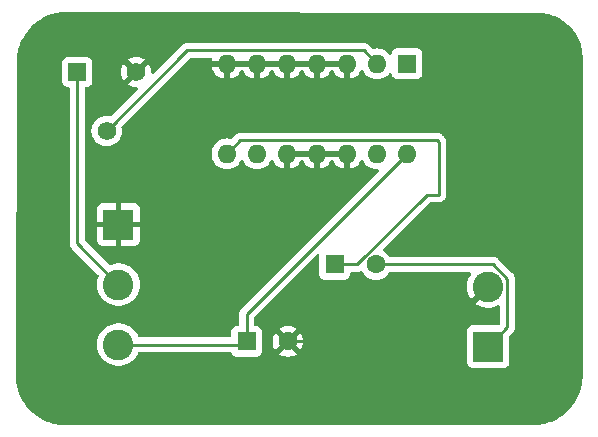
<source format=gbr>
%TF.GenerationSoftware,KiCad,Pcbnew,7.0.1*%
%TF.CreationDate,2023-06-07T16:33:43+05:30*%
%TF.ProjectId,Expt. No.9,45787074-2e20-44e6-9f2e-392e6b696361,rev?*%
%TF.SameCoordinates,Original*%
%TF.FileFunction,Copper,L2,Bot*%
%TF.FilePolarity,Positive*%
%FSLAX46Y46*%
G04 Gerber Fmt 4.6, Leading zero omitted, Abs format (unit mm)*
G04 Created by KiCad (PCBNEW 7.0.1) date 2023-06-07 16:33:43*
%MOMM*%
%LPD*%
G01*
G04 APERTURE LIST*
%TA.AperFunction,ComponentPad*%
%ADD10R,2.600000X2.600000*%
%TD*%
%TA.AperFunction,ComponentPad*%
%ADD11C,2.600000*%
%TD*%
%TA.AperFunction,ComponentPad*%
%ADD12C,1.600000*%
%TD*%
%TA.AperFunction,ComponentPad*%
%ADD13R,1.600000X1.600000*%
%TD*%
%TA.AperFunction,ComponentPad*%
%ADD14C,1.560000*%
%TD*%
%TA.AperFunction,ComponentPad*%
%ADD15R,1.560000X1.560000*%
%TD*%
%TA.AperFunction,ComponentPad*%
%ADD16O,1.600000X1.600000*%
%TD*%
%TA.AperFunction,Conductor*%
%ADD17C,0.250000*%
%TD*%
G04 APERTURE END LIST*
D10*
%TO.P,J1,1,Pin_1*%
%TO.N,GND*%
X96600000Y-80615000D03*
D11*
%TO.P,J1,2,Pin_2*%
%TO.N,Net-(J1-Pin_2)*%
X96600000Y-85695000D03*
%TO.P,J1,3,Pin_3*%
%TO.N,Net-(J1-Pin_3)*%
X96600000Y-90775000D03*
%TD*%
D12*
%TO.P,C1,2*%
%TO.N,GND*%
X110947349Y-90500000D03*
D13*
%TO.P,C1,1*%
%TO.N,Net-(J1-Pin_3)*%
X107447349Y-90500000D03*
%TD*%
D14*
%TO.P,RV1,3,3*%
%TO.N,GND*%
X98100000Y-67700000D03*
%TO.P,RV1,2,2*%
%TO.N,Net-(U1-+)*%
X95600000Y-72700000D03*
D15*
%TO.P,RV1,1,1*%
%TO.N,Net-(J1-Pin_2)*%
X93100000Y-67700000D03*
%TD*%
D13*
%TO.P,U1,1,BYPASS*%
%TO.N,unconnected-(U1-BYPASS-Pad1)*%
X121025000Y-67000000D03*
D16*
%TO.P,U1,2,+*%
%TO.N,Net-(U1-+)*%
X118485000Y-67000000D03*
%TO.P,U1,3,GND*%
%TO.N,GND*%
X115945000Y-67000000D03*
%TO.P,U1,4,GND*%
X113405000Y-67000000D03*
%TO.P,U1,5,GND*%
X110865000Y-67000000D03*
%TO.P,U1,6,-*%
X108325000Y-67000000D03*
%TO.P,U1,7,GND*%
X105785000Y-67000000D03*
%TO.P,U1,8*%
%TO.N,Net-(C2-Pad1)*%
X105785000Y-74620000D03*
%TO.P,U1,9,NC*%
%TO.N,unconnected-(U1-NC-Pad9)*%
X108325000Y-74620000D03*
%TO.P,U1,10,GND*%
%TO.N,GND*%
X110865000Y-74620000D03*
%TO.P,U1,11,GND*%
X113405000Y-74620000D03*
%TO.P,U1,12,GND*%
X115945000Y-74620000D03*
%TO.P,U1,13,NC*%
%TO.N,unconnected-(U1-NC-Pad13)*%
X118485000Y-74620000D03*
%TO.P,U1,14,VS*%
%TO.N,Net-(J1-Pin_3)*%
X121025000Y-74620000D03*
%TD*%
D10*
%TO.P,J2,1,Pin_1*%
%TO.N,Net-(J2-Pin_1)*%
X127905000Y-90945000D03*
D11*
%TO.P,J2,2,Pin_2*%
%TO.N,GND*%
X127905000Y-85865000D03*
%TD*%
D12*
%TO.P,C2,2*%
%TO.N,Net-(J2-Pin_1)*%
X118400000Y-84000000D03*
D13*
%TO.P,C2,1*%
%TO.N,Net-(C2-Pad1)*%
X114900000Y-84000000D03*
%TD*%
D17*
%TO.N,Net-(C2-Pad1)*%
X116809009Y-84000000D02*
X114900000Y-84000000D01*
X123700000Y-73600000D02*
X123700000Y-78100000D01*
X122709009Y-78100000D02*
X116809009Y-84000000D01*
X123595000Y-73495000D02*
X123700000Y-73600000D01*
X106910000Y-73495000D02*
X123595000Y-73495000D01*
X123700000Y-78100000D02*
X122709009Y-78100000D01*
X105785000Y-74620000D02*
X106910000Y-73495000D01*
%TO.N,Net-(U1-+)*%
X102425000Y-65875000D02*
X95600000Y-72700000D01*
X117360000Y-65875000D02*
X102425000Y-65875000D01*
X118485000Y-67000000D02*
X117360000Y-65875000D01*
%TO.N,Net-(J2-Pin_1)*%
X129530000Y-85191902D02*
X129530000Y-89320000D01*
X128338098Y-84000000D02*
X129530000Y-85191902D01*
X129530000Y-89320000D02*
X127905000Y-90945000D01*
X118400000Y-84000000D02*
X128338098Y-84000000D01*
%TO.N,GND*%
X123270000Y-90500000D02*
X127905000Y-85865000D01*
X110947349Y-90500000D02*
X123270000Y-90500000D01*
%TO.N,Net-(J1-Pin_3)*%
X107447349Y-88197651D02*
X121025000Y-74620000D01*
X107447349Y-90500000D02*
X107447349Y-88197651D01*
X96600000Y-90775000D02*
X107172349Y-90775000D01*
X107172349Y-90775000D02*
X107447349Y-90500000D01*
%TO.N,Net-(J1-Pin_2)*%
X93100000Y-67700000D02*
X93100000Y-82195000D01*
X93100000Y-82195000D02*
X96600000Y-85695000D01*
%TD*%
%TA.AperFunction,Conductor*%
%TO.N,GND*%
G36*
X132048296Y-62687393D02*
G01*
X132048858Y-62687506D01*
X132096949Y-62687506D01*
X132103032Y-62687655D01*
X132105509Y-62687776D01*
X132252700Y-62695007D01*
X132474090Y-62706611D01*
X132485729Y-62707776D01*
X132661574Y-62733860D01*
X132662629Y-62734023D01*
X132855393Y-62764553D01*
X132866089Y-62766735D01*
X133043528Y-62811181D01*
X133045368Y-62811658D01*
X133228852Y-62860822D01*
X133238498Y-62863835D01*
X133412716Y-62926171D01*
X133415311Y-62927133D01*
X133590593Y-62994418D01*
X133599144Y-62998075D01*
X133767450Y-63077678D01*
X133770669Y-63079259D01*
X133936947Y-63163981D01*
X133944348Y-63168079D01*
X134104557Y-63264105D01*
X134108311Y-63266447D01*
X134113904Y-63270079D01*
X134264286Y-63367739D01*
X134270616Y-63372136D01*
X134420905Y-63483597D01*
X134425067Y-63486823D01*
X134569335Y-63603649D01*
X134574570Y-63608135D01*
X134672100Y-63696532D01*
X134713322Y-63733893D01*
X134717730Y-63738090D01*
X134848908Y-63869268D01*
X134853105Y-63873676D01*
X134978874Y-64012441D01*
X134983362Y-64017678D01*
X135100156Y-64161906D01*
X135103388Y-64166075D01*
X135214888Y-64316415D01*
X135219285Y-64322747D01*
X135320496Y-64478598D01*
X135322860Y-64482385D01*
X135418931Y-64642671D01*
X135423057Y-64650124D01*
X135507682Y-64816210D01*
X135509292Y-64819489D01*
X135588942Y-64987897D01*
X135592611Y-64996475D01*
X135659793Y-65171490D01*
X135660781Y-65174154D01*
X135723176Y-65348537D01*
X135726199Y-65358217D01*
X135775261Y-65541318D01*
X135775770Y-65543282D01*
X135820273Y-65720947D01*
X135822462Y-65731679D01*
X135852895Y-65923826D01*
X135853080Y-65925030D01*
X135879226Y-66101294D01*
X135880398Y-66112999D01*
X135891900Y-66332481D01*
X135891797Y-66332486D01*
X135891922Y-66332885D01*
X135892629Y-66347266D01*
X135898963Y-66476204D01*
X135899351Y-66484086D01*
X135899500Y-66490171D01*
X135899500Y-93397128D01*
X135899368Y-93402855D01*
X135891530Y-93572381D01*
X135891513Y-93572738D01*
X135880898Y-93788815D01*
X135879858Y-93799862D01*
X135853609Y-93988039D01*
X135853456Y-93989103D01*
X135824373Y-94185159D01*
X135822421Y-94195354D01*
X135778119Y-94383716D01*
X135777697Y-94385456D01*
X135730398Y-94574281D01*
X135727686Y-94583557D01*
X135665712Y-94768461D01*
X135664892Y-94770829D01*
X135599832Y-94952662D01*
X135596514Y-94960975D01*
X135517429Y-95140083D01*
X135516090Y-95143013D01*
X135433854Y-95316887D01*
X135430088Y-95324209D01*
X135334601Y-95495642D01*
X135332631Y-95499051D01*
X135233979Y-95663643D01*
X135229919Y-95669972D01*
X135118881Y-95832066D01*
X135116180Y-95835856D01*
X135002024Y-95989778D01*
X134997823Y-95995128D01*
X134872181Y-96146433D01*
X134868662Y-96150489D01*
X134740053Y-96292387D01*
X134735856Y-96296795D01*
X134596795Y-96435856D01*
X134592387Y-96440053D01*
X134450489Y-96568662D01*
X134446433Y-96572181D01*
X134295128Y-96697823D01*
X134289778Y-96702024D01*
X134135856Y-96816180D01*
X134132066Y-96818881D01*
X133969972Y-96929919D01*
X133963643Y-96933979D01*
X133799051Y-97032631D01*
X133795642Y-97034601D01*
X133624209Y-97130088D01*
X133616887Y-97133854D01*
X133443013Y-97216090D01*
X133440083Y-97217429D01*
X133260975Y-97296514D01*
X133252662Y-97299832D01*
X133070829Y-97364892D01*
X133068461Y-97365712D01*
X132883557Y-97427686D01*
X132874281Y-97430398D01*
X132685456Y-97477697D01*
X132683716Y-97478119D01*
X132495354Y-97522421D01*
X132485159Y-97524373D01*
X132289103Y-97553456D01*
X132288039Y-97553609D01*
X132099862Y-97579858D01*
X132088815Y-97580898D01*
X131872908Y-97591504D01*
X131872552Y-97591521D01*
X131706871Y-97599182D01*
X131702854Y-97599368D01*
X131697128Y-97599500D01*
X92102872Y-97599500D01*
X92097145Y-97599368D01*
X92092885Y-97599171D01*
X91927446Y-97591521D01*
X91927090Y-97591504D01*
X91711183Y-97580898D01*
X91700136Y-97579858D01*
X91511959Y-97553609D01*
X91510895Y-97553456D01*
X91314839Y-97524373D01*
X91304644Y-97522421D01*
X91116282Y-97478119D01*
X91114542Y-97477697D01*
X90925717Y-97430398D01*
X90916441Y-97427686D01*
X90731537Y-97365712D01*
X90729169Y-97364892D01*
X90547336Y-97299832D01*
X90539023Y-97296514D01*
X90359915Y-97217429D01*
X90356985Y-97216090D01*
X90183111Y-97133854D01*
X90175789Y-97130088D01*
X90004356Y-97034601D01*
X90000947Y-97032631D01*
X89971714Y-97015109D01*
X89836343Y-96933971D01*
X89830026Y-96929919D01*
X89667932Y-96818881D01*
X89664142Y-96816180D01*
X89510220Y-96702024D01*
X89504870Y-96697823D01*
X89353565Y-96572181D01*
X89349509Y-96568662D01*
X89207611Y-96440053D01*
X89203203Y-96435856D01*
X89064142Y-96296795D01*
X89059945Y-96292387D01*
X88931336Y-96150489D01*
X88927817Y-96146433D01*
X88802175Y-95995128D01*
X88797974Y-95989778D01*
X88683818Y-95835856D01*
X88681117Y-95832066D01*
X88570067Y-95669954D01*
X88566038Y-95663673D01*
X88467348Y-95499018D01*
X88465397Y-95495642D01*
X88369910Y-95324209D01*
X88366144Y-95316887D01*
X88283908Y-95143013D01*
X88282569Y-95140083D01*
X88264201Y-95098483D01*
X88203475Y-94960954D01*
X88200175Y-94952685D01*
X88135102Y-94770818D01*
X88134286Y-94768461D01*
X88072312Y-94583557D01*
X88069600Y-94574281D01*
X88022266Y-94385312D01*
X88021917Y-94383874D01*
X87977573Y-94195337D01*
X87975629Y-94185180D01*
X87946492Y-93988757D01*
X87946446Y-93988438D01*
X87920137Y-93799838D01*
X87919102Y-93788839D01*
X87908495Y-93572952D01*
X87900641Y-93403059D01*
X87900511Y-93396920D01*
X87910368Y-90775000D01*
X94794450Y-90775000D01*
X94814616Y-91044100D01*
X94814617Y-91044103D01*
X94874666Y-91307195D01*
X94973257Y-91558398D01*
X95108185Y-91792102D01*
X95276439Y-92003085D01*
X95474259Y-92186635D01*
X95697226Y-92338651D01*
X95940359Y-92455738D01*
X96198228Y-92535280D01*
X96465071Y-92575500D01*
X96734929Y-92575500D01*
X97001772Y-92535280D01*
X97259641Y-92455738D01*
X97502775Y-92338651D01*
X97725741Y-92186635D01*
X97923561Y-92003085D01*
X98091815Y-91792102D01*
X98226743Y-91558398D01*
X98257828Y-91479195D01*
X98284488Y-91437918D01*
X98325089Y-91410237D01*
X98373255Y-91400500D01*
X106064559Y-91400500D01*
X106113372Y-91410512D01*
X106154302Y-91438931D01*
X106180739Y-91481164D01*
X106203553Y-91542331D01*
X106289803Y-91657546D01*
X106405018Y-91743796D01*
X106539866Y-91794091D01*
X106599476Y-91800500D01*
X108295221Y-91800499D01*
X108354832Y-91794091D01*
X108489680Y-91743796D01*
X108604895Y-91657546D01*
X108663675Y-91579026D01*
X110221875Y-91579026D01*
X110294864Y-91630133D01*
X110501022Y-91726266D01*
X110720746Y-91785141D01*
X110947349Y-91804966D01*
X111173951Y-91785141D01*
X111393675Y-91726266D01*
X111599829Y-91630134D01*
X111672821Y-91579025D01*
X110947350Y-90853553D01*
X110947349Y-90853553D01*
X110221875Y-91579025D01*
X110221875Y-91579026D01*
X108663675Y-91579026D01*
X108691145Y-91542331D01*
X108741440Y-91407483D01*
X108747849Y-91347873D01*
X108747848Y-90499999D01*
X109642382Y-90499999D01*
X109662207Y-90726602D01*
X109721082Y-90946326D01*
X109817215Y-91152484D01*
X109868321Y-91225471D01*
X109868323Y-91225472D01*
X110593795Y-90500001D01*
X111300902Y-90500001D01*
X112026374Y-91225472D01*
X112077483Y-91152480D01*
X112173615Y-90946326D01*
X112232490Y-90726602D01*
X112252315Y-90499999D01*
X112232490Y-90273397D01*
X112173615Y-90053673D01*
X112077482Y-89847515D01*
X112026374Y-89774526D01*
X111300902Y-90500000D01*
X111300902Y-90500001D01*
X110593795Y-90500001D01*
X110593795Y-90500000D01*
X109868322Y-89774526D01*
X109868322Y-89774527D01*
X109817214Y-89847516D01*
X109721082Y-90053672D01*
X109662207Y-90273397D01*
X109642382Y-90499999D01*
X108747848Y-90499999D01*
X108747848Y-89652128D01*
X108741440Y-89592517D01*
X108691145Y-89457669D01*
X108663674Y-89420973D01*
X110221875Y-89420973D01*
X110947349Y-90146446D01*
X110947350Y-90146446D01*
X111672821Y-89420974D01*
X111672820Y-89420972D01*
X111599833Y-89369866D01*
X111393675Y-89273733D01*
X111173951Y-89214858D01*
X110947349Y-89195033D01*
X110720746Y-89214858D01*
X110501021Y-89273733D01*
X110294865Y-89369865D01*
X110221876Y-89420973D01*
X110221875Y-89420973D01*
X108663674Y-89420973D01*
X108604895Y-89342454D01*
X108489680Y-89256204D01*
X108354832Y-89205909D01*
X108295222Y-89199500D01*
X108295218Y-89199500D01*
X108196849Y-89199500D01*
X108134849Y-89182887D01*
X108089462Y-89137500D01*
X108072849Y-89075500D01*
X108072849Y-88508103D01*
X108082288Y-88460650D01*
X108109168Y-88420422D01*
X110696685Y-85832905D01*
X113387821Y-83141768D01*
X113437182Y-83111520D01*
X113494898Y-83106978D01*
X113548385Y-83129133D01*
X113585985Y-83173156D01*
X113599500Y-83229451D01*
X113599500Y-84847869D01*
X113605909Y-84907484D01*
X113611819Y-84923328D01*
X113656204Y-85042331D01*
X113742454Y-85157546D01*
X113857669Y-85243796D01*
X113992517Y-85294091D01*
X114052127Y-85300500D01*
X115747872Y-85300499D01*
X115807483Y-85294091D01*
X115942331Y-85243796D01*
X116057546Y-85157546D01*
X116143796Y-85042331D01*
X116194091Y-84907483D01*
X116200500Y-84847873D01*
X116200500Y-84749500D01*
X116217113Y-84687500D01*
X116262500Y-84642113D01*
X116324500Y-84625500D01*
X116726265Y-84625500D01*
X116746771Y-84627764D01*
X116749674Y-84627672D01*
X116749676Y-84627673D01*
X116816881Y-84625561D01*
X116820777Y-84625500D01*
X116848358Y-84625500D01*
X116848359Y-84625500D01*
X116852328Y-84624998D01*
X116863974Y-84624080D01*
X116907636Y-84622709D01*
X116926868Y-84617120D01*
X116945927Y-84613174D01*
X116952205Y-84612381D01*
X116965801Y-84610664D01*
X117006416Y-84594582D01*
X117017453Y-84590803D01*
X117059399Y-84578618D01*
X117076638Y-84568422D01*
X117094096Y-84559868D01*
X117094518Y-84559700D01*
X117096892Y-84558760D01*
X117158227Y-84551043D01*
X117215666Y-84573897D01*
X117254933Y-84621642D01*
X117255431Y-84622709D01*
X117269432Y-84652735D01*
X117399953Y-84839140D01*
X117560859Y-85000046D01*
X117747264Y-85130567D01*
X117747265Y-85130567D01*
X117747266Y-85130568D01*
X117953504Y-85226739D01*
X118173308Y-85285635D01*
X118400000Y-85305468D01*
X118626692Y-85285635D01*
X118846496Y-85226739D01*
X119052734Y-85130568D01*
X119239139Y-85000047D01*
X119400047Y-84839139D01*
X119512612Y-84678377D01*
X119556931Y-84639511D01*
X119614188Y-84625500D01*
X126333693Y-84625500D01*
X126399665Y-84644506D01*
X126445413Y-84695698D01*
X126456913Y-84763383D01*
X126430640Y-84826813D01*
X126413599Y-84848181D01*
X126278708Y-85081821D01*
X126180146Y-85332950D01*
X126120113Y-85595973D01*
X126099952Y-85864999D01*
X126120113Y-86134026D01*
X126180146Y-86397049D01*
X126278708Y-86648178D01*
X126413598Y-86881816D01*
X126467295Y-86949150D01*
X127817318Y-85599127D01*
X127872905Y-85567033D01*
X127937093Y-85567033D01*
X127992680Y-85599127D01*
X128170871Y-85777318D01*
X128202965Y-85832905D01*
X128202965Y-85897093D01*
X128170871Y-85952680D01*
X126819848Y-87303702D01*
X127002479Y-87428217D01*
X127245542Y-87545270D01*
X127503339Y-87624791D01*
X127770109Y-87665000D01*
X128039891Y-87665000D01*
X128306660Y-87624791D01*
X128564457Y-87545270D01*
X128726698Y-87467140D01*
X128787453Y-87455055D01*
X128846472Y-87473866D01*
X128889028Y-87518879D01*
X128904500Y-87578860D01*
X128904500Y-89009547D01*
X128895060Y-89057002D01*
X128868177Y-89097232D01*
X128857223Y-89108185D01*
X128816996Y-89135062D01*
X128769546Y-89144500D01*
X126557130Y-89144500D01*
X126497515Y-89150909D01*
X126362669Y-89201204D01*
X126247454Y-89287454D01*
X126161204Y-89402668D01*
X126126432Y-89495896D01*
X126110909Y-89537517D01*
X126105228Y-89590362D01*
X126104500Y-89597130D01*
X126104500Y-92292869D01*
X126109422Y-92338651D01*
X126110909Y-92352483D01*
X126161204Y-92487331D01*
X126247454Y-92602546D01*
X126362669Y-92688796D01*
X126497517Y-92739091D01*
X126557127Y-92745500D01*
X129252872Y-92745499D01*
X129312483Y-92739091D01*
X129447331Y-92688796D01*
X129562546Y-92602546D01*
X129648796Y-92487331D01*
X129699091Y-92352483D01*
X129705500Y-92292873D01*
X129705499Y-90080451D01*
X129714938Y-90032999D01*
X129741815Y-89992774D01*
X129913789Y-89820800D01*
X129929885Y-89807906D01*
X129931873Y-89805787D01*
X129931877Y-89805786D01*
X129977948Y-89756723D01*
X129980566Y-89754023D01*
X130000120Y-89734471D01*
X130002581Y-89731298D01*
X130010156Y-89722427D01*
X130040062Y-89690582D01*
X130049712Y-89673027D01*
X130060400Y-89656757D01*
X130072673Y-89640936D01*
X130090026Y-89600832D01*
X130095157Y-89590362D01*
X130116197Y-89552092D01*
X130121175Y-89532699D01*
X130127481Y-89514282D01*
X130129018Y-89510728D01*
X130135438Y-89495896D01*
X130142272Y-89452745D01*
X130144635Y-89441331D01*
X130155500Y-89399019D01*
X130155500Y-89378984D01*
X130157027Y-89359585D01*
X130159740Y-89342454D01*
X130160160Y-89339804D01*
X130156050Y-89296325D01*
X130155500Y-89284656D01*
X130155500Y-85274646D01*
X130157764Y-85254139D01*
X130155561Y-85184029D01*
X130155500Y-85180134D01*
X130155500Y-85152555D01*
X130154997Y-85148574D01*
X130154080Y-85136921D01*
X130152709Y-85093275D01*
X130147120Y-85074042D01*
X130143174Y-85054984D01*
X130140664Y-85035108D01*
X130124588Y-84994506D01*
X130120804Y-84983455D01*
X130114881Y-84963070D01*
X130108618Y-84941512D01*
X130098414Y-84924257D01*
X130089861Y-84906797D01*
X130082486Y-84888171D01*
X130082486Y-84888170D01*
X130056808Y-84852827D01*
X130050401Y-84843073D01*
X130048075Y-84839140D01*
X130028170Y-84805482D01*
X130014006Y-84791318D01*
X130001367Y-84776519D01*
X129989595Y-84760315D01*
X129955941Y-84732475D01*
X129947299Y-84724611D01*
X128838900Y-83616211D01*
X128826004Y-83600113D01*
X128774873Y-83552098D01*
X128772076Y-83549387D01*
X128752568Y-83529879D01*
X128749388Y-83527412D01*
X128740522Y-83519839D01*
X128708680Y-83489938D01*
X128691122Y-83480285D01*
X128674862Y-83469604D01*
X128659034Y-83457327D01*
X128618949Y-83439980D01*
X128608459Y-83434841D01*
X128570189Y-83413802D01*
X128550789Y-83408821D01*
X128532382Y-83402519D01*
X128513995Y-83394562D01*
X128470856Y-83387729D01*
X128459422Y-83385361D01*
X128417117Y-83374500D01*
X128397082Y-83374500D01*
X128377684Y-83372973D01*
X128370260Y-83371797D01*
X128357903Y-83369840D01*
X128357902Y-83369840D01*
X128324849Y-83372964D01*
X128314423Y-83373950D01*
X128302754Y-83374500D01*
X119614188Y-83374500D01*
X119556931Y-83360489D01*
X119512613Y-83321623D01*
X119400046Y-83160859D01*
X119239140Y-82999953D01*
X119043848Y-82863210D01*
X119044950Y-82861634D01*
X119011375Y-82834682D01*
X118987640Y-82780729D01*
X118991497Y-82721912D01*
X119022074Y-82671524D01*
X122931780Y-78761819D01*
X122972009Y-78734939D01*
X123019462Y-78725500D01*
X123629151Y-78725500D01*
X123652385Y-78727696D01*
X123660412Y-78729227D01*
X123715759Y-78725745D01*
X123723545Y-78725500D01*
X123739351Y-78725500D01*
X123743582Y-78724965D01*
X123755036Y-78723517D01*
X123762738Y-78722788D01*
X123818138Y-78719304D01*
X123825902Y-78716781D01*
X123848676Y-78711689D01*
X123856792Y-78710664D01*
X123908396Y-78690231D01*
X123915671Y-78687612D01*
X123968441Y-78670467D01*
X123975337Y-78666090D01*
X123996132Y-78655494D01*
X124003732Y-78652486D01*
X124048624Y-78619869D01*
X124055026Y-78615517D01*
X124101877Y-78585786D01*
X124107461Y-78579838D01*
X124124979Y-78564394D01*
X124131587Y-78559594D01*
X124131588Y-78559591D01*
X124131590Y-78559591D01*
X124166938Y-78516861D01*
X124172080Y-78511027D01*
X124210062Y-78470582D01*
X124213999Y-78463418D01*
X124227119Y-78444114D01*
X124232324Y-78437823D01*
X124255942Y-78387630D01*
X124259467Y-78380711D01*
X124286197Y-78332092D01*
X124288228Y-78324177D01*
X124296132Y-78302223D01*
X124299614Y-78294826D01*
X124310010Y-78240325D01*
X124311698Y-78232768D01*
X124325500Y-78179019D01*
X124325500Y-78170849D01*
X124327696Y-78147615D01*
X124329227Y-78139587D01*
X124325745Y-78084241D01*
X124325500Y-78076455D01*
X124325500Y-73682740D01*
X124327763Y-73662236D01*
X124325561Y-73592144D01*
X124325500Y-73588250D01*
X124325500Y-73560657D01*
X124325500Y-73560650D01*
X124324995Y-73556653D01*
X124324080Y-73545023D01*
X124322709Y-73501372D01*
X124317119Y-73482134D01*
X124313174Y-73463082D01*
X124310664Y-73443208D01*
X124310663Y-73443207D01*
X124294578Y-73402581D01*
X124290805Y-73391560D01*
X124278617Y-73349610D01*
X124269601Y-73334365D01*
X124268421Y-73332369D01*
X124259863Y-73314902D01*
X124252486Y-73296268D01*
X124226798Y-73260912D01*
X124220409Y-73251184D01*
X124198170Y-73213579D01*
X124184005Y-73199414D01*
X124171369Y-73184620D01*
X124159595Y-73168414D01*
X124159594Y-73168413D01*
X124125935Y-73140568D01*
X124117305Y-73132714D01*
X124095802Y-73111211D01*
X124082906Y-73095113D01*
X124031775Y-73047098D01*
X124028978Y-73044387D01*
X124009470Y-73024879D01*
X124006290Y-73022412D01*
X123997424Y-73014839D01*
X123965582Y-72984938D01*
X123948024Y-72975285D01*
X123931764Y-72964604D01*
X123915936Y-72952327D01*
X123875851Y-72934980D01*
X123865361Y-72929841D01*
X123827091Y-72908802D01*
X123807691Y-72903821D01*
X123789284Y-72897519D01*
X123770897Y-72889562D01*
X123727758Y-72882729D01*
X123716324Y-72880361D01*
X123674019Y-72869500D01*
X123653984Y-72869500D01*
X123634586Y-72867973D01*
X123627162Y-72866797D01*
X123614805Y-72864840D01*
X123614804Y-72864840D01*
X123588484Y-72867328D01*
X123571325Y-72868950D01*
X123559656Y-72869500D01*
X106992740Y-72869500D01*
X106972236Y-72867236D01*
X106902144Y-72869439D01*
X106898250Y-72869500D01*
X106870648Y-72869500D01*
X106866653Y-72870004D01*
X106855029Y-72870918D01*
X106811368Y-72872290D01*
X106792128Y-72877880D01*
X106773081Y-72881825D01*
X106753209Y-72884335D01*
X106712599Y-72900413D01*
X106701554Y-72904194D01*
X106659611Y-72916380D01*
X106642369Y-72926578D01*
X106624897Y-72935138D01*
X106606266Y-72942514D01*
X106570938Y-72968181D01*
X106561180Y-72974591D01*
X106523579Y-72996829D01*
X106509410Y-73010998D01*
X106494622Y-73023628D01*
X106478413Y-73035405D01*
X106450572Y-73069058D01*
X106442711Y-73077696D01*
X106199821Y-73320586D01*
X106144234Y-73352680D01*
X106080047Y-73352680D01*
X106011690Y-73334364D01*
X105784999Y-73314531D01*
X105558310Y-73334364D01*
X105338502Y-73393261D01*
X105132264Y-73489432D01*
X104945859Y-73619953D01*
X104784953Y-73780859D01*
X104654432Y-73967264D01*
X104558261Y-74173502D01*
X104499364Y-74393310D01*
X104479531Y-74620000D01*
X104499364Y-74846689D01*
X104558261Y-75066497D01*
X104654432Y-75272735D01*
X104784953Y-75459140D01*
X104945859Y-75620046D01*
X105132264Y-75750567D01*
X105132265Y-75750567D01*
X105132266Y-75750568D01*
X105338504Y-75846739D01*
X105558308Y-75905635D01*
X105785000Y-75925468D01*
X106011692Y-75905635D01*
X106231496Y-75846739D01*
X106437734Y-75750568D01*
X106624139Y-75620047D01*
X106785047Y-75459139D01*
X106915568Y-75272734D01*
X106942618Y-75214724D01*
X106988375Y-75162549D01*
X107055000Y-75143129D01*
X107121625Y-75162549D01*
X107167382Y-75214725D01*
X107194431Y-75272733D01*
X107324953Y-75459140D01*
X107485859Y-75620046D01*
X107672264Y-75750567D01*
X107672265Y-75750567D01*
X107672266Y-75750568D01*
X107878504Y-75846739D01*
X108098308Y-75905635D01*
X108325000Y-75925468D01*
X108551692Y-75905635D01*
X108771496Y-75846739D01*
X108977734Y-75750568D01*
X109164139Y-75620047D01*
X109325047Y-75459139D01*
X109455568Y-75272734D01*
X109482893Y-75214134D01*
X109528649Y-75161959D01*
X109595274Y-75142539D01*
X109661899Y-75161958D01*
X109707657Y-75214133D01*
X109734866Y-75272482D01*
X109865341Y-75458819D01*
X110026180Y-75619658D01*
X110212519Y-75750134D01*
X110418673Y-75846266D01*
X110614999Y-75898871D01*
X110615000Y-75898872D01*
X110615000Y-74870000D01*
X111115000Y-74870000D01*
X111115000Y-75898871D01*
X111311326Y-75846266D01*
X111517480Y-75750134D01*
X111703819Y-75619658D01*
X111864658Y-75458819D01*
X111995135Y-75272479D01*
X112022618Y-75213543D01*
X112068375Y-75161367D01*
X112135000Y-75141947D01*
X112201625Y-75161367D01*
X112247382Y-75213543D01*
X112274864Y-75272479D01*
X112405341Y-75458819D01*
X112566180Y-75619658D01*
X112752519Y-75750134D01*
X112958673Y-75846266D01*
X113154999Y-75898871D01*
X113155000Y-75898872D01*
X113155000Y-74870000D01*
X113655000Y-74870000D01*
X113655000Y-75898871D01*
X113851326Y-75846266D01*
X114057480Y-75750134D01*
X114243819Y-75619658D01*
X114404658Y-75458819D01*
X114535135Y-75272479D01*
X114562618Y-75213543D01*
X114608375Y-75161367D01*
X114675000Y-75141947D01*
X114741625Y-75161367D01*
X114787382Y-75213543D01*
X114814864Y-75272479D01*
X114945341Y-75458819D01*
X115106180Y-75619658D01*
X115292519Y-75750134D01*
X115498673Y-75846266D01*
X115694999Y-75898871D01*
X115695000Y-75898872D01*
X115695000Y-74870000D01*
X113655000Y-74870000D01*
X113155000Y-74870000D01*
X111115000Y-74870000D01*
X110615000Y-74870000D01*
X110615000Y-74494000D01*
X110631613Y-74432000D01*
X110677000Y-74386613D01*
X110739000Y-74370000D01*
X116071000Y-74370000D01*
X116133000Y-74386613D01*
X116178387Y-74432000D01*
X116195000Y-74494000D01*
X116195000Y-75898871D01*
X116391326Y-75846266D01*
X116597480Y-75750134D01*
X116783819Y-75619658D01*
X116944658Y-75458819D01*
X117075135Y-75272479D01*
X117102342Y-75214135D01*
X117148098Y-75161959D01*
X117214723Y-75142539D01*
X117281348Y-75161958D01*
X117327105Y-75214132D01*
X117354432Y-75272733D01*
X117354433Y-75272736D01*
X117484953Y-75459140D01*
X117645859Y-75620046D01*
X117832264Y-75750567D01*
X117832265Y-75750567D01*
X117832266Y-75750568D01*
X118038504Y-75846739D01*
X118258308Y-75905635D01*
X118409436Y-75918857D01*
X118484999Y-75925468D01*
X118484999Y-75925467D01*
X118485000Y-75925468D01*
X118500193Y-75924138D01*
X118529099Y-75921610D01*
X118588357Y-75930995D01*
X118636273Y-75967102D01*
X118661629Y-76021477D01*
X118658489Y-76081392D01*
X118627588Y-76132819D01*
X107063557Y-87696850D01*
X107047459Y-87709747D01*
X106999445Y-87760876D01*
X106996740Y-87763668D01*
X106977223Y-87783185D01*
X106974764Y-87786356D01*
X106967191Y-87795223D01*
X106937284Y-87827071D01*
X106927634Y-87844625D01*
X106916958Y-87860879D01*
X106904675Y-87876714D01*
X106887324Y-87916809D01*
X106882187Y-87927295D01*
X106861151Y-87965558D01*
X106856170Y-87984960D01*
X106849869Y-88003362D01*
X106841910Y-88021753D01*
X106835077Y-88064893D01*
X106832709Y-88076325D01*
X106821849Y-88118629D01*
X106821849Y-88138667D01*
X106820322Y-88158066D01*
X106817189Y-88177845D01*
X106821299Y-88221326D01*
X106821849Y-88232995D01*
X106821849Y-89075501D01*
X106805236Y-89137501D01*
X106759849Y-89182888D01*
X106697849Y-89199501D01*
X106599477Y-89199501D01*
X106569671Y-89202705D01*
X106539864Y-89205909D01*
X106405018Y-89256204D01*
X106289803Y-89342454D01*
X106203553Y-89457668D01*
X106153258Y-89592515D01*
X106153258Y-89592517D01*
X106148053Y-89640936D01*
X106146849Y-89652131D01*
X106146849Y-90025500D01*
X106130236Y-90087500D01*
X106084849Y-90132887D01*
X106022849Y-90149500D01*
X98373255Y-90149500D01*
X98325089Y-90139763D01*
X98284488Y-90112082D01*
X98257827Y-90070803D01*
X98251104Y-90053673D01*
X98226743Y-89991602D01*
X98091815Y-89757898D01*
X97923561Y-89546915D01*
X97908242Y-89532701D01*
X97725743Y-89363366D01*
X97668205Y-89324137D01*
X97502775Y-89211349D01*
X97259641Y-89094262D01*
X97180098Y-89069726D01*
X97001771Y-89014719D01*
X96734929Y-88974500D01*
X96465071Y-88974500D01*
X96198228Y-89014719D01*
X95940359Y-89094262D01*
X95697228Y-89211347D01*
X95474257Y-89363366D01*
X95276439Y-89546915D01*
X95108184Y-89757899D01*
X94973257Y-89991601D01*
X94874666Y-90242804D01*
X94814616Y-90505899D01*
X94794450Y-90775000D01*
X87910368Y-90775000D01*
X87994003Y-68527869D01*
X91819500Y-68527869D01*
X91825909Y-68587483D01*
X91876204Y-68722331D01*
X91962454Y-68837546D01*
X92077669Y-68923796D01*
X92212517Y-68974091D01*
X92272127Y-68980500D01*
X92350500Y-68980500D01*
X92412500Y-68997113D01*
X92457887Y-69042500D01*
X92474500Y-69104500D01*
X92474500Y-82112256D01*
X92472235Y-82132762D01*
X92474439Y-82202873D01*
X92474500Y-82206768D01*
X92474500Y-82234349D01*
X92475003Y-82238334D01*
X92475918Y-82249967D01*
X92477290Y-82293626D01*
X92482879Y-82312860D01*
X92486825Y-82331916D01*
X92489335Y-82351792D01*
X92505414Y-82392404D01*
X92509197Y-82403451D01*
X92521382Y-82445391D01*
X92531580Y-82462635D01*
X92540136Y-82480100D01*
X92547514Y-82498732D01*
X92547515Y-82498733D01*
X92573180Y-82534059D01*
X92579593Y-82543822D01*
X92601826Y-82581416D01*
X92601829Y-82581419D01*
X92601830Y-82581420D01*
X92615995Y-82595585D01*
X92628627Y-82610375D01*
X92640406Y-82626587D01*
X92674058Y-82654426D01*
X92682699Y-82662289D01*
X94904222Y-84883813D01*
X94930804Y-84923328D01*
X94940531Y-84969948D01*
X94931970Y-85016796D01*
X94874665Y-85162807D01*
X94814616Y-85425899D01*
X94794450Y-85695000D01*
X94814616Y-85964100D01*
X94814617Y-85964103D01*
X94874666Y-86227195D01*
X94973257Y-86478398D01*
X95108185Y-86712102D01*
X95276439Y-86923085D01*
X95474259Y-87106635D01*
X95697226Y-87258651D01*
X95940359Y-87375738D01*
X96198228Y-87455280D01*
X96465071Y-87495500D01*
X96734929Y-87495500D01*
X97001772Y-87455280D01*
X97259641Y-87375738D01*
X97502775Y-87258651D01*
X97725741Y-87106635D01*
X97923561Y-86923085D01*
X98091815Y-86712102D01*
X98226743Y-86478398D01*
X98325334Y-86227195D01*
X98385383Y-85964103D01*
X98405549Y-85695000D01*
X98385383Y-85425897D01*
X98325334Y-85162805D01*
X98226743Y-84911602D01*
X98091815Y-84677898D01*
X97923561Y-84466915D01*
X97923560Y-84466914D01*
X97725743Y-84283366D01*
X97668205Y-84244137D01*
X97502775Y-84131349D01*
X97259641Y-84014262D01*
X97180098Y-83989726D01*
X97001771Y-83934719D01*
X96734929Y-83894500D01*
X96465071Y-83894500D01*
X96198228Y-83934719D01*
X95940356Y-84014263D01*
X95927492Y-84020458D01*
X95878327Y-84032651D01*
X95828388Y-84024166D01*
X95786010Y-83996419D01*
X93761819Y-81972228D01*
X93734939Y-81932000D01*
X93725500Y-81884547D01*
X93725500Y-80865000D01*
X94800000Y-80865000D01*
X94800000Y-81962824D01*
X94806402Y-82022375D01*
X94856647Y-82157089D01*
X94942811Y-82272188D01*
X95057910Y-82358352D01*
X95192624Y-82408597D01*
X95252176Y-82415000D01*
X96350000Y-82415000D01*
X96350000Y-80865000D01*
X96850000Y-80865000D01*
X96850000Y-82415000D01*
X97947824Y-82415000D01*
X98007375Y-82408597D01*
X98142089Y-82358352D01*
X98257188Y-82272188D01*
X98343352Y-82157089D01*
X98393597Y-82022375D01*
X98400000Y-81962824D01*
X98400000Y-80865000D01*
X96850000Y-80865000D01*
X96350000Y-80865000D01*
X94800000Y-80865000D01*
X93725500Y-80865000D01*
X93725500Y-80365000D01*
X94800000Y-80365000D01*
X96350000Y-80365000D01*
X96350000Y-78815000D01*
X96850000Y-78815000D01*
X96850000Y-80365000D01*
X98400000Y-80365000D01*
X98400000Y-79267176D01*
X98393597Y-79207624D01*
X98343352Y-79072910D01*
X98257188Y-78957811D01*
X98142089Y-78871647D01*
X98007375Y-78821402D01*
X97947824Y-78815000D01*
X96850000Y-78815000D01*
X96350000Y-78815000D01*
X95252176Y-78815000D01*
X95192624Y-78821402D01*
X95057910Y-78871647D01*
X94942811Y-78957811D01*
X94856647Y-79072910D01*
X94806402Y-79207624D01*
X94800000Y-79267176D01*
X94800000Y-80365000D01*
X93725500Y-80365000D01*
X93725500Y-72699999D01*
X94314608Y-72699999D01*
X94334136Y-72923203D01*
X94392128Y-73139631D01*
X94405550Y-73168414D01*
X94486819Y-73342696D01*
X94615333Y-73526233D01*
X94773767Y-73684667D01*
X94957304Y-73813181D01*
X95160370Y-73907872D01*
X95376794Y-73965863D01*
X95600000Y-73985391D01*
X95823206Y-73965863D01*
X96039630Y-73907872D01*
X96242696Y-73813181D01*
X96426233Y-73684667D01*
X96584667Y-73526233D01*
X96713181Y-73342696D01*
X96807872Y-73139630D01*
X96865863Y-72923206D01*
X96885391Y-72700000D01*
X96865863Y-72476794D01*
X96850988Y-72421280D01*
X96850988Y-72357094D01*
X96883080Y-72301508D01*
X101934589Y-67250000D01*
X104506128Y-67250000D01*
X104558733Y-67446326D01*
X104654865Y-67652480D01*
X104785341Y-67838819D01*
X104946180Y-67999658D01*
X105132519Y-68130134D01*
X105338673Y-68226266D01*
X105534999Y-68278871D01*
X105535000Y-68278872D01*
X105535000Y-67250000D01*
X106035000Y-67250000D01*
X106035000Y-68278871D01*
X106231326Y-68226266D01*
X106437480Y-68130134D01*
X106623819Y-67999658D01*
X106784658Y-67838819D01*
X106915135Y-67652479D01*
X106942618Y-67593543D01*
X106988375Y-67541367D01*
X107055000Y-67521947D01*
X107121625Y-67541367D01*
X107167382Y-67593543D01*
X107194864Y-67652479D01*
X107325341Y-67838819D01*
X107486180Y-67999658D01*
X107672519Y-68130134D01*
X107878673Y-68226266D01*
X108074999Y-68278871D01*
X108075000Y-68278872D01*
X108075000Y-67250000D01*
X108575000Y-67250000D01*
X108575000Y-68278871D01*
X108771326Y-68226266D01*
X108977480Y-68130134D01*
X109163819Y-67999658D01*
X109324658Y-67838819D01*
X109455135Y-67652479D01*
X109482618Y-67593543D01*
X109528375Y-67541367D01*
X109595000Y-67521947D01*
X109661625Y-67541367D01*
X109707382Y-67593543D01*
X109734864Y-67652479D01*
X109865341Y-67838819D01*
X110026180Y-67999658D01*
X110212519Y-68130134D01*
X110418673Y-68226266D01*
X110614999Y-68278871D01*
X110615000Y-68278872D01*
X110615000Y-67250000D01*
X111115000Y-67250000D01*
X111115000Y-68278871D01*
X111311326Y-68226266D01*
X111517480Y-68130134D01*
X111703819Y-67999658D01*
X111864658Y-67838819D01*
X111995135Y-67652479D01*
X112022618Y-67593543D01*
X112068375Y-67541367D01*
X112135000Y-67521947D01*
X112201625Y-67541367D01*
X112247382Y-67593543D01*
X112274864Y-67652479D01*
X112405341Y-67838819D01*
X112566180Y-67999658D01*
X112752519Y-68130134D01*
X112958673Y-68226266D01*
X113154999Y-68278871D01*
X113155000Y-68278872D01*
X113155000Y-67250000D01*
X113655000Y-67250000D01*
X113655000Y-68278871D01*
X113851326Y-68226266D01*
X114057480Y-68130134D01*
X114243819Y-67999658D01*
X114404658Y-67838819D01*
X114535135Y-67652479D01*
X114562618Y-67593543D01*
X114608375Y-67541367D01*
X114675000Y-67521947D01*
X114741625Y-67541367D01*
X114787382Y-67593543D01*
X114814864Y-67652479D01*
X114945341Y-67838819D01*
X115106180Y-67999658D01*
X115292519Y-68130134D01*
X115498673Y-68226266D01*
X115694999Y-68278871D01*
X115695000Y-68278872D01*
X115695000Y-67250000D01*
X113655000Y-67250000D01*
X113155000Y-67250000D01*
X111115000Y-67250000D01*
X110615000Y-67250000D01*
X108575000Y-67250000D01*
X108075000Y-67250000D01*
X106035000Y-67250000D01*
X105535000Y-67250000D01*
X104506128Y-67250000D01*
X101934589Y-67250000D01*
X102647770Y-66536819D01*
X102687999Y-66509939D01*
X102735452Y-66500500D01*
X104411381Y-66500500D01*
X104466225Y-66513288D01*
X104509757Y-66549014D01*
X104532998Y-66600309D01*
X104531156Y-66656594D01*
X104506128Y-66749999D01*
X104506128Y-66750000D01*
X116071000Y-66750000D01*
X116133000Y-66766613D01*
X116178387Y-66812000D01*
X116195000Y-66874000D01*
X116195000Y-68278871D01*
X116391326Y-68226266D01*
X116597480Y-68130134D01*
X116783819Y-67999658D01*
X116944658Y-67838819D01*
X117075135Y-67652479D01*
X117102342Y-67594135D01*
X117148098Y-67541959D01*
X117214723Y-67522539D01*
X117281348Y-67541958D01*
X117327106Y-67594133D01*
X117354433Y-67652736D01*
X117484953Y-67839140D01*
X117645859Y-68000046D01*
X117832264Y-68130567D01*
X117832265Y-68130567D01*
X117832266Y-68130568D01*
X118038504Y-68226739D01*
X118258308Y-68285635D01*
X118485000Y-68305468D01*
X118711692Y-68285635D01*
X118931496Y-68226739D01*
X119137734Y-68130568D01*
X119324139Y-68000047D01*
X119485047Y-67839139D01*
X119502273Y-67814536D01*
X119547113Y-67775400D01*
X119605027Y-67761666D01*
X119662669Y-67776499D01*
X119706758Y-67816483D01*
X119727138Y-67872405D01*
X119730909Y-67907484D01*
X119756056Y-67974906D01*
X119781204Y-68042331D01*
X119867454Y-68157546D01*
X119982669Y-68243796D01*
X120117517Y-68294091D01*
X120177127Y-68300500D01*
X121872872Y-68300499D01*
X121932483Y-68294091D01*
X122067331Y-68243796D01*
X122182546Y-68157546D01*
X122268796Y-68042331D01*
X122319091Y-67907483D01*
X122325500Y-67847873D01*
X122325499Y-66152128D01*
X122319091Y-66092517D01*
X122268796Y-65957669D01*
X122182546Y-65842454D01*
X122067331Y-65756204D01*
X121932483Y-65705909D01*
X121872873Y-65699500D01*
X121872869Y-65699500D01*
X120177130Y-65699500D01*
X120117515Y-65705909D01*
X119982669Y-65756204D01*
X119867454Y-65842454D01*
X119781204Y-65957668D01*
X119730909Y-66092516D01*
X119727138Y-66127593D01*
X119706759Y-66183515D01*
X119662670Y-66223498D01*
X119605029Y-66238332D01*
X119547116Y-66224599D01*
X119502273Y-66185462D01*
X119485044Y-66160857D01*
X119324140Y-65999953D01*
X119137735Y-65869432D01*
X118931497Y-65773261D01*
X118711689Y-65714364D01*
X118485000Y-65694531D01*
X118258307Y-65714364D01*
X118189950Y-65732680D01*
X118125764Y-65732680D01*
X118070177Y-65700586D01*
X117860802Y-65491211D01*
X117847906Y-65475113D01*
X117796775Y-65427098D01*
X117793978Y-65424387D01*
X117774470Y-65404879D01*
X117771290Y-65402412D01*
X117762424Y-65394839D01*
X117730582Y-65364938D01*
X117713024Y-65355285D01*
X117696764Y-65344604D01*
X117680936Y-65332327D01*
X117640851Y-65314980D01*
X117630361Y-65309841D01*
X117592091Y-65288802D01*
X117572691Y-65283821D01*
X117554284Y-65277519D01*
X117535897Y-65269562D01*
X117492758Y-65262729D01*
X117481324Y-65260361D01*
X117439019Y-65249500D01*
X117418984Y-65249500D01*
X117399586Y-65247973D01*
X117392162Y-65246797D01*
X117379805Y-65244840D01*
X117379804Y-65244840D01*
X117354468Y-65247235D01*
X117336325Y-65248950D01*
X117324656Y-65249500D01*
X102507744Y-65249500D01*
X102487236Y-65247235D01*
X102417113Y-65249439D01*
X102413219Y-65249500D01*
X102385650Y-65249500D01*
X102381671Y-65250002D01*
X102370041Y-65250917D01*
X102326372Y-65252289D01*
X102307128Y-65257880D01*
X102288084Y-65261824D01*
X102268208Y-65264335D01*
X102227600Y-65280413D01*
X102216554Y-65284194D01*
X102174610Y-65296382D01*
X102174607Y-65296383D01*
X102157365Y-65306579D01*
X102139904Y-65315133D01*
X102121267Y-65322512D01*
X102085931Y-65348185D01*
X102076174Y-65354595D01*
X102038580Y-65376829D01*
X102024413Y-65390996D01*
X102009624Y-65403626D01*
X101993413Y-65415404D01*
X101965572Y-65449058D01*
X101957711Y-65457697D01*
X99594102Y-67821304D01*
X99542675Y-67852205D01*
X99482760Y-67855345D01*
X99428385Y-67829989D01*
X99392278Y-67782073D01*
X99382893Y-67722814D01*
X99384889Y-67699998D01*
X99365369Y-67476883D01*
X99307400Y-67260540D01*
X99212747Y-67057558D01*
X99164663Y-66988888D01*
X98100000Y-68053553D01*
X97388888Y-68764664D01*
X97457557Y-68812747D01*
X97660540Y-68907400D01*
X97876883Y-68965369D01*
X98099998Y-68984889D01*
X98122814Y-68982893D01*
X98182073Y-68992278D01*
X98229989Y-69028385D01*
X98255345Y-69082760D01*
X98252205Y-69142675D01*
X98221304Y-69194102D01*
X95998491Y-71416916D01*
X95942904Y-71449010D01*
X95878718Y-71449010D01*
X95823207Y-71434136D01*
X95600000Y-71414608D01*
X95376796Y-71434136D01*
X95160368Y-71492128D01*
X94957304Y-71586819D01*
X94773766Y-71715333D01*
X94615333Y-71873766D01*
X94486819Y-72057304D01*
X94392128Y-72260368D01*
X94334136Y-72476796D01*
X94314608Y-72699999D01*
X93725500Y-72699999D01*
X93725500Y-69104499D01*
X93742113Y-69042499D01*
X93787500Y-68997112D01*
X93849500Y-68980499D01*
X93927870Y-68980499D01*
X93927872Y-68980499D01*
X93987483Y-68974091D01*
X94122331Y-68923796D01*
X94237546Y-68837546D01*
X94323796Y-68722331D01*
X94374091Y-68587483D01*
X94380500Y-68527873D01*
X94380499Y-67700000D01*
X96815110Y-67700000D01*
X96834630Y-67923116D01*
X96892599Y-68139459D01*
X96987252Y-68342442D01*
X97035334Y-68411111D01*
X97746446Y-67699999D01*
X97746446Y-67699998D01*
X97035335Y-66988887D01*
X97035333Y-66988888D01*
X96987252Y-67057555D01*
X96892599Y-67260539D01*
X96834630Y-67476883D01*
X96815110Y-67700000D01*
X94380499Y-67700000D01*
X94380499Y-66872128D01*
X94374091Y-66812517D01*
X94323796Y-66677669D01*
X94292104Y-66635334D01*
X97388887Y-66635334D01*
X98100000Y-67346446D01*
X98100001Y-67346446D01*
X98811111Y-66635334D01*
X98742442Y-66587252D01*
X98539459Y-66492599D01*
X98323116Y-66434630D01*
X98100000Y-66415110D01*
X97876883Y-66434630D01*
X97660539Y-66492599D01*
X97457555Y-66587252D01*
X97388888Y-66635333D01*
X97388887Y-66635334D01*
X94292104Y-66635334D01*
X94237546Y-66562454D01*
X94122331Y-66476204D01*
X93987483Y-66425909D01*
X93927873Y-66419500D01*
X93927869Y-66419500D01*
X92272130Y-66419500D01*
X92212515Y-66425909D01*
X92077669Y-66476204D01*
X91962454Y-66562454D01*
X91876204Y-66677668D01*
X91825909Y-66812515D01*
X91825909Y-66812517D01*
X91821812Y-66850628D01*
X91819500Y-66872130D01*
X91819500Y-68527869D01*
X87994003Y-68527869D01*
X88000305Y-66851586D01*
X88000500Y-66850628D01*
X88000500Y-66802872D01*
X88000632Y-66797146D01*
X88001734Y-66773308D01*
X88008487Y-66627240D01*
X88009810Y-66600309D01*
X88019102Y-66411156D01*
X88020137Y-66400165D01*
X88046483Y-66211294D01*
X88075630Y-66014811D01*
X88077571Y-66004671D01*
X88121938Y-65816037D01*
X88122250Y-65814748D01*
X88169606Y-65625696D01*
X88172305Y-65616462D01*
X88234311Y-65431462D01*
X88235080Y-65429241D01*
X88300182Y-65247295D01*
X88303467Y-65239064D01*
X88382589Y-65059870D01*
X88383888Y-65057027D01*
X88466157Y-64883085D01*
X88469895Y-64875817D01*
X88565437Y-64704285D01*
X88567316Y-64701035D01*
X88666056Y-64536296D01*
X88670047Y-64530075D01*
X88781155Y-64367878D01*
X88783779Y-64364195D01*
X88898002Y-64210183D01*
X88902162Y-64204885D01*
X89027827Y-64053552D01*
X89031301Y-64049548D01*
X89159985Y-63907568D01*
X89164102Y-63903244D01*
X89303244Y-63764102D01*
X89307568Y-63759985D01*
X89449548Y-63631301D01*
X89453552Y-63627827D01*
X89604885Y-63502162D01*
X89610183Y-63498002D01*
X89764195Y-63383779D01*
X89767878Y-63381155D01*
X89930075Y-63270047D01*
X89936296Y-63266056D01*
X90101035Y-63167316D01*
X90104285Y-63165437D01*
X90275817Y-63069895D01*
X90283085Y-63066157D01*
X90457027Y-62983888D01*
X90459870Y-62982589D01*
X90639064Y-62903467D01*
X90647295Y-62900182D01*
X90829241Y-62835080D01*
X90831462Y-62834311D01*
X91016462Y-62772305D01*
X91025696Y-62769606D01*
X91214748Y-62722250D01*
X91216037Y-62721938D01*
X91404671Y-62677571D01*
X91414811Y-62675630D01*
X91611294Y-62646483D01*
X91800165Y-62620137D01*
X91811153Y-62619102D01*
X92027017Y-62608497D01*
X92197021Y-62600637D01*
X92202971Y-62600506D01*
X132048296Y-62687393D01*
G37*
%TD.AperFunction*%
%TD*%
M02*

</source>
